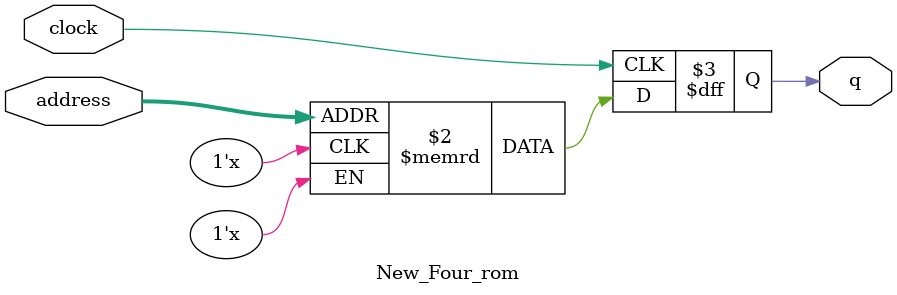
<source format=sv>
module New_Four_rom (
	input logic clock,
	input logic [7:0] address,
	output logic [0:0] q
);

logic [0:0] memory [0:195] /* synthesis ram_init_file = "./New_Four/New_Four.mif" */;

always_ff @ (posedge clock) begin
	q <= memory[address];
end

endmodule

</source>
